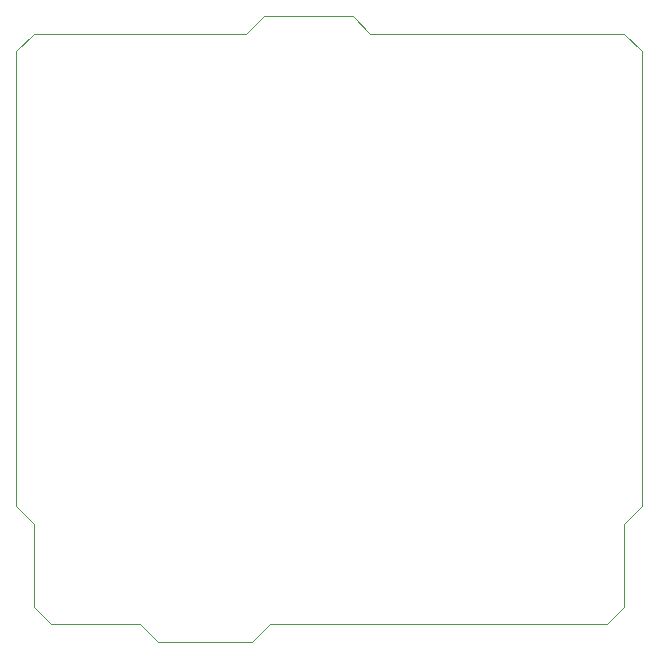
<source format=gm1>
G04 #@! TF.GenerationSoftware,KiCad,Pcbnew,6.0.9-8da3e8f707~116~ubuntu20.04.1*
G04 #@! TF.CreationDate,2023-04-24T17:25:30+00:00*
G04 #@! TF.ProjectId,LEC008011,4c454330-3038-4303-9131-2e6b69636164,rev?*
G04 #@! TF.SameCoordinates,Original*
G04 #@! TF.FileFunction,Profile,NP*
%FSLAX46Y46*%
G04 Gerber Fmt 4.6, Leading zero omitted, Abs format (unit mm)*
G04 Created by KiCad (PCBNEW 6.0.9-8da3e8f707~116~ubuntu20.04.1) date 2023-04-24 17:25:30*
%MOMM*%
%LPD*%
G01*
G04 APERTURE LIST*
G04 #@! TA.AperFunction,Profile*
%ADD10C,0.050000*%
G04 #@! TD*
G04 APERTURE END LIST*
D10*
X70000000Y-93500000D02*
X70000000Y-86500000D01*
X79000000Y-95000000D02*
X71500000Y-95000000D01*
X121500000Y-46500000D02*
X120000000Y-45000000D01*
X98500000Y-45000000D02*
X120000000Y-45000000D01*
X120000000Y-93500000D02*
X118500000Y-95000000D01*
X68500000Y-46500000D02*
X68500000Y-85000000D01*
X68500000Y-85000000D02*
X70000000Y-86500000D01*
X70000000Y-45000000D02*
X88000000Y-45000000D01*
X70000000Y-93500000D02*
X71500000Y-95000000D01*
X98500000Y-45000000D02*
X97000000Y-43500000D01*
X80500000Y-96500000D02*
X88500000Y-96500000D01*
X121500000Y-47500000D02*
X121500000Y-46500000D01*
X88500000Y-96500000D02*
X90000000Y-95000000D01*
X120000000Y-86500000D02*
X121500000Y-85000000D01*
X121500000Y-85000000D02*
X121500000Y-47500000D01*
X97000000Y-43500000D02*
X89500000Y-43500000D01*
X120000000Y-86500000D02*
X120000000Y-93500000D01*
X89500000Y-43500000D02*
X88000000Y-45000000D01*
X118500000Y-95000000D02*
X90000000Y-95000000D01*
X79000000Y-95000000D02*
X80500000Y-96500000D01*
X70000000Y-45000000D02*
X68500000Y-46500000D01*
M02*

</source>
